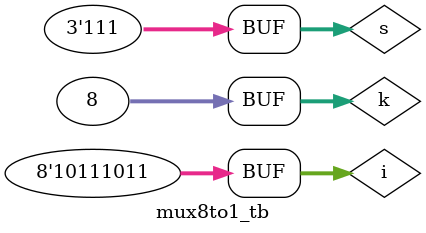
<source format=v>
module MUX4to1(i,s,E,y);
  input [3:0]i;
  input [1:0]s;
  input E;
  output reg y;
  always@(*)
    begin 
      if (E==1) 
      case(s)
        2'b00: y = i[0];
        2'b01: y = i[1];
        2'b10: y = i[2];
        2'b11: y = i[3];
        default : y = 0; 
      endcase
      else 
          y = 0;
    end
      endmodule 
  
  module MUX8to1(i,s,E,y);
    input [7:0]i;
    input [2:0]s;
    input E;
    output reg y;
        wire t1,t2;  
        
    MUX4to1 m0(i[3:0],s[1:0],~s[2],t1);
    MUX4to1 m1(i[7:4],s[1:0],s[2],t2);
    or g1(y,t1,t2);
        endmodule 



// Code your testbench here
// or browse Examples
module mux8to1_tb;
  reg [7:0]i;
  reg [2:0]s;
     wire y,E;
  integer k;

  MUX8to1 dut(i,s,E,y);
    initial begin
      $monitor("Time=%0t,i=%b,s=%b,y=%b", $time, i,s, y);
      i=8'b10111011;
      for(k=0;k<8;k=k+1)
      begin 
      s=k;
        #10;
      end 
    end
endmodule
    
  
  

</source>
